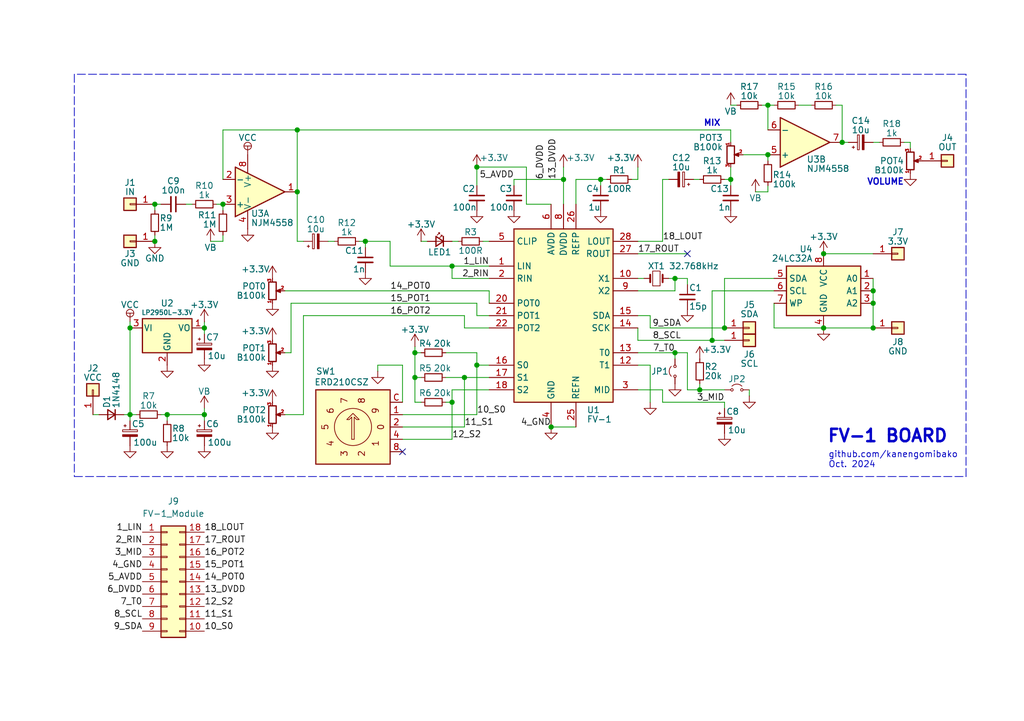
<source format=kicad_sch>
(kicad_sch (version 20231120) (generator "eeschema") (generator_version "8.0")
  (paper "A5")
  (lib_symbols
    (symbol "Amplifier_Operational:NJM4558" (pin_names (offset 0.127))
      (property "Reference" "U" (at 0 5.08 0))
      (property "Value" "NJM4558" (at 0 -5.08 0))
      (symbol "NJM4558_1_1"
        (pin output line (at 7.62 0 180) (length 2.54) (name "~") (number "1"))
        (pin input line (at -7.62 -2.54 0) (length 2.54) (name "-") (number "2"))
        (pin input line (at -7.62 2.54 0) (length 2.54) (name "+") (number "3"))
      )
      (symbol "NJM4558_2_1"
        (pin input line (at -7.62 2.54 0) (length 2.54) (name "+") (number "5"))
        (pin input line (at -7.62 -2.54 0) (length 2.54) (name "-") (number "6"))
        (pin output line (at 7.62 0 180) (length 2.54) (name "~") (number "7"))
      )
      (symbol "NJM4558_3_1"
        (pin power_in line (at -2.54 -7.62 90) (length 3.81) (name "V-") (number "4"))
        (pin power_in line (at -2.54 7.62 270) (length 3.81) (name "V+") (number "8"))
      )
    )
    (symbol "Audio:SPN1001"
      (property "Reference" "U" (at -8.89 19.05 0))
      (property "Value" "SPN1001" (at 7.62 19.05 0))
      (symbol "SPN1001_1_1"
        (pin input line (at -15.24 10.16 0) (length 5.08) (name "LIN") (number "1"))
        (pin input line (at 15.24 7.62 180) (length 5.08) (name "X1") (number "10"))
        (pin passive line (at -2.54 -22.86 90) (length 5.08) hide (name "GND") (number "11"))
        (pin input line (at 15.24 -10.16 180) (length 5.08) (name "T1") (number "12"))
        (pin input line (at 15.24 -7.62 180) (length 5.08) (name "T0") (number "13"))
        (pin bidirectional line (at 15.24 -2.54 180) (length 5.08) (name "SCK") (number "14"))
        (pin bidirectional line (at 15.24 0 180) (length 5.08) (name "SDA") (number "15"))
        (pin input line (at -15.24 -10.16 0) (length 5.08) (name "S0") (number "16"))
        (pin input line (at -15.24 -12.7 0) (length 5.08) (name "S1") (number "17"))
        (pin input line (at -15.24 -15.24 0) (length 5.08) (name "S2") (number "18"))
        (pin passive line (at -2.54 -22.86 90) (length 5.08) hide (name "GND") (number "19"))
        (pin input line (at -15.24 7.62 0) (length 5.08) (name "RIN") (number "2"))
        (pin input line (at -15.24 2.54 0) (length 5.08) (name "POT0") (number "20"))
        (pin input line (at -15.24 0 0) (length 5.08) (name "POT1") (number "21"))
        (pin input line (at -15.24 -2.54 0) (length 5.08) (name "POT2") (number "22"))
        (pin passive line (at 0 22.86 270) (length 5.08) hide (name "DVDD") (number "23"))
        (pin passive line (at -2.54 -22.86 90) (length 5.08) hide (name "GND") (number "24"))
        (pin input line (at 2.54 -22.86 90) (length 5.08) (name "REFN") (number "25"))
        (pin input line (at 2.54 22.86 270) (length 5.08) (name "REFP") (number "26"))
        (pin output line (at 15.24 12.7 180) (length 5.08) (name "ROUT") (number "27"))
        (pin output line (at 15.24 15.24 180) (length 5.08) (name "LOUT") (number "28"))
        (pin power_out line (at 15.24 -15.24 180) (length 5.08) (name "MID") (number "3"))
        (pin power_in line (at -2.54 -22.86 90) (length 5.08) (name "GND") (number "4"))
        (pin power_out line (at -15.24 15.24 0) (length 5.08) (name "CLIP") (number "5"))
        (pin power_in line (at -2.54 22.86 270) (length 5.08) (name "AVDD") (number "6"))
        (pin passive line (at -2.54 -22.86 90) (length 5.08) hide (name "GND") (number "7"))
        (pin power_in line (at 0 22.86 270) (length 5.08) (name "DVDD") (number "8"))
        (pin input line (at 15.24 5.08 180) (length 5.08) (name "X2") (number "9"))
      )
    )
    (symbol "Connector_Generic:Conn_01x01" (pin_names (offset 1.016) hide)
      (property "Reference" "J" (at 0 2.54 0))
      (property "Value" "Conn_01x01" (at 0 -2.54 0))
      (symbol "Conn_01x01_1_1"
        (pin passive line (at -5.08 0 0) (length 3.81) (name "Pin_1") (number "1"))
      )
    )
    (symbol "Connector_Generic:Conn_02x09_Counter_Clockwise" (pin_names (offset 1.016) hide)
      (property "Reference" "J" (at 1.27 12.7 0))
      (property "Value" "Conn_02x09_Counter_Clockwise" (at 1.27 -12.7 0))
      (symbol "Conn_02x09_Counter_Clockwise_1_1"
        (pin passive line (at -5.08 10.16 0) (length 3.81) (name "Pin_1") (number "1"))
        (pin passive line (at 7.62 -10.16 180) (length 3.81) (name "Pin_10") (number "10"))
        (pin passive line (at 7.62 -7.62 180) (length 3.81) (name "Pin_11") (number "11"))
        (pin passive line (at 7.62 -5.08 180) (length 3.81) (name "Pin_12") (number "12"))
        (pin passive line (at 7.62 -2.54 180) (length 3.81) (name "Pin_13") (number "13"))
        (pin passive line (at 7.62 0 180) (length 3.81) (name "Pin_14") (number "14"))
        (pin passive line (at 7.62 2.54 180) (length 3.81) (name "Pin_15") (number "15"))
        (pin passive line (at 7.62 5.08 180) (length 3.81) (name "Pin_16") (number "16"))
        (pin passive line (at 7.62 7.62 180) (length 3.81) (name "Pin_17") (number "17"))
        (pin passive line (at 7.62 10.16 180) (length 3.81) (name "Pin_18") (number "18"))
        (pin passive line (at -5.08 7.62 0) (length 3.81) (name "Pin_2") (number "2"))
        (pin passive line (at -5.08 5.08 0) (length 3.81) (name "Pin_3") (number "3"))
        (pin passive line (at -5.08 2.54 0) (length 3.81) (name "Pin_4") (number "4"))
        (pin passive line (at -5.08 0 0) (length 3.81) (name "Pin_5") (number "5"))
        (pin passive line (at -5.08 -2.54 0) (length 3.81) (name "Pin_6") (number "6"))
        (pin passive line (at -5.08 -5.08 0) (length 3.81) (name "Pin_7") (number "7"))
        (pin passive line (at -5.08 -7.62 0) (length 3.81) (name "Pin_8") (number "8"))
        (pin passive line (at -5.08 -10.16 0) (length 3.81) (name "Pin_9") (number "9"))
      )
    )
    (symbol "Device:C_Polarized_Small" (pin_numbers hide) (pin_names (offset 0.254) hide)
      (property "Reference" "C" (at 0.254 1.778 0))
      (property "Value" "C_Polarized_Small" (at 0.254 -2.032 0))
      (symbol "C_Polarized_Small_1_1"
        (pin passive line (at 0 2.54 270) (length 1.8542) (name "~") (number "1"))
        (pin passive line (at 0 -2.54 90) (length 1.8542) (name "~") (number "2"))
      )
    )
    (symbol "Device:C_Small" (pin_numbers hide) (pin_names (offset 0.254) hide)
      (property "Reference" "C" (at 0.254 1.778 0))
      (property "Value" "C_Small" (at 0.254 -2.032 0))
      (symbol "C_Small_1_1"
        (pin passive line (at 0 2.54 270) (length 2.032) (name "~") (number "1"))
        (pin passive line (at 0 -2.54 90) (length 2.032) (name "~") (number "2"))
      )
    )
    (symbol "Device:Crystal_Small" (pin_numbers hide) (pin_names (offset 1.016) hide)
      (property "Reference" "Y" (at 0 2.54 0))
      (property "Value" "Crystal_Small" (at 0 -2.54 0))
      (symbol "Crystal_Small_1_1"
        (pin passive line (at -2.54 0 0) (length 1.27) (name "1") (number "1"))
        (pin passive line (at 2.54 0 180) (length 1.27) (name "2") (number "2"))
      )
    )
    (symbol "Device:D_Small" (pin_numbers hide) (pin_names (offset 0.254) hide)
      (property "Reference" "D" (at -1.27 2.032 0))
      (property "Value" "D_Small" (at -3.81 -2.032 0))
      (symbol "D_Small_1_1"
        (pin passive line (at -2.54 0 0) (length 1.778) (name "K") (number "1"))
        (pin passive line (at 2.54 0 180) (length 1.778) (name "A") (number "2"))
      )
    )
    (symbol "Device:LED_Small" (pin_numbers hide) (pin_names (offset 0.254) hide)
      (property "Reference" "D" (at -1.27 3.175 0))
      (property "Value" "LED_Small" (at -4.445 -2.54 0))
      (symbol "LED_Small_1_1"
        (pin passive line (at -2.54 0 0) (length 1.778) (name "K") (number "1"))
        (pin passive line (at 2.54 0 180) (length 1.778) (name "A") (number "2"))
      )
    )
    (symbol "Device:R_Potentiometer_Small" (pin_names (offset 1.016) hide)
      (property "Reference" "RV" (at -4.445 0 90))
      (property "Value" "R_Potentiometer_Small" (at -2.54 0 90))
      (symbol "R_Potentiometer_Small_1_1"
        (pin passive line (at 0 2.54 270) (length 0.635) (name "1") (number "1"))
        (pin passive line (at 2.54 0 180) (length 0.9906) (name "2") (number "2"))
        (pin passive line (at 0 -2.54 90) (length 0.635) (name "3") (number "3"))
      )
    )
    (symbol "Device:R_Small" (pin_numbers hide) (pin_names (offset 0.254) hide)
      (property "Reference" "R" (at 0.762 0.508 0))
      (property "Value" "R_Small" (at 0.762 -1.016 0))
      (symbol "R_Small_1_1"
        (pin passive line (at 0 2.54 270) (length 0.762) (name "~") (number "1"))
        (pin passive line (at 0 -2.54 90) (length 0.762) (name "~") (number "2"))
      )
    )
    (symbol "Memory_EEPROM:24LC32"
      (property "Reference" "U" (at -6.35 6.35 0))
      (property "Value" "24LC32" (at 1.27 6.35 0))
      (symbol "24LC32_1_1"
        (pin input line (at -10.16 2.54 0) (length 2.54) (name "A0") (number "1"))
        (pin input line (at -10.16 0 0) (length 2.54) (name "A1") (number "2"))
        (pin input line (at -10.16 -2.54 0) (length 2.54) (name "A2") (number "3"))
        (pin power_in line (at 0 -7.62 90) (length 2.54) (name "GND") (number "4"))
        (pin bidirectional line (at 10.16 2.54 180) (length 2.54) (name "SDA") (number "5"))
        (pin input line (at 10.16 0 180) (length 2.54) (name "SCL") (number "6"))
        (pin input line (at 10.16 -2.54 180) (length 2.54) (name "WP") (number "7"))
        (pin power_in line (at 0 7.62 270) (length 2.54) (name "VCC") (number "8"))
      )
    )
    (symbol "Regulator_Linear:L78L33_TO92" (pin_names (offset 0.254))
      (property "Reference" "U" (at -3.81 3.175 0))
      (property "Value" "L78L33_TO92" (at 0 3.175 0))
      (symbol "L78L33_TO92_1_1"
        (pin power_out line (at 7.62 0 180) (length 2.54) (name "VO") (number "1"))
        (pin power_in line (at 0 -7.62 90) (length 2.54) (name "GND") (number "2"))
        (pin power_in line (at -7.62 0 0) (length 2.54) (name "VI") (number "3"))
      )
    )
    (symbol "Switch:SW_Coded_SH-7010" (pin_names hide)
      (property "Reference" "SW" (at -7.62 8.89 0))
      (property "Value" "SW_Coded_SH-7010" (at -7.62 -8.89 0))
      (symbol "SW_Coded_SH-7010_0_0"
        (text "0" (at 5.715 0 2700) (effects (font (size 1.27 1.27))))
        (text "1" (at 4.6228 -3.3528 2340) (effects (font (size 1.27 1.27))))
        (text "2" (at 1.778 -5.4356 1980) (effects (font (size 1.27 1.27))))
        (text "3" (at -1.778 -5.4356 1620) (effects (font (size 1.27 1.27))))
        (text "4" (at -4.6228 -3.3528 1260) (effects (font (size 1.27 1.27))))
        (text "5" (at -5.715 0 900) (effects (font (size 1.27 1.27))))
        (text "6" (at -4.6228 3.3528 540) (effects (font (size 1.27 1.27))))
        (text "7" (at -1.778 5.4356 180) (effects (font (size 1.27 1.27))))
        (text "8" (at 1.778 5.4356 3420) (effects (font (size 1.27 1.27))))
        (text "9" (at 4.6228 3.3528 3060) (effects (font (size 1.27 1.27))))
      )
      (symbol "SW_Coded_SH-7010_1_1"
        (pin passive line (at 10.16 2.54 180) (length 2.54) (name "1") (number "1"))
        (pin passive line (at 10.16 0 180) (length 2.54) (name "2") (number "2"))
        (pin passive line (at 10.16 -2.54 180) (length 2.54) (name "4") (number "4"))
        (pin passive line (at 10.16 -5.08 180) (length 2.54) (name "8") (number "8"))
        (pin passive line (at 10.16 5.08 180) (length 2.54) (name "C") (number "C"))
      )
    )
    (symbol "myLib:Jumper_2_Open_small" (pin_numbers hide) (pin_names (offset 0) hide)
      (property "Reference" "JP" (at 0 1.905 0))
      (property "Value" "Jumper_2_Bridged" (at 0 -2.54 0))
      (symbol "Jumper_2_Open_small_1_1"
        (pin passive line (at -2.54 0 0) (length 1.27) (name "A") (number "1"))
        (pin passive line (at 2.54 0 180) (length 1.27) (name "B") (number "2"))
      )
    )
    (symbol "myLib:VB" (power) (pin_names (offset 0))
      (property "Value" "VB" (at 0 3.556 0))
      (symbol "VB_1_1"
        (pin power_in line (at 0 0 90) (length 0) hide (name "VB") (number "1"))
      )
    )
    (symbol "myLib:VCC" (power) (pin_names (offset 0))
      (property "Value" "VCC" (at 0 3.556 0))
      (symbol "VCC_1_1"
        (pin power_in line (at 0 0 90) (length 0) hide (name "VCC") (number "1"))
      )
    )
    (symbol "power:+3.3V" (power) (pin_numbers hide) (pin_names (offset 0) hide)
      (property "Value" "+3.3V" (at 0 3.556 0))
      (symbol "+3.3V_1_1"
        (pin power_in line (at 0 0 90) (length 0) (name "~") (number "1"))
      )
    )
    (symbol "power:GND" (power) (pin_numbers hide) (pin_names (offset 0) hide)
      (property "Value" "GND" (at 0 -3.81 0))
      (symbol "GND_1_1"
        (pin power_in line (at 0 0 270) (length 0) (name "~") (number "1"))
      )
    )
  )
  (junction (at 143.51 80.01))
  (junction (at 168.91 67.31))
  (junction (at 41.91 67.31))
  (junction (at 85.09 77.47))
  (junction (at 34.29 85.09))
  (junction (at 179.07 67.31))
  (junction (at 85.09 72.39))
  (junction (at 113.03 87.63))
  (junction (at 97.79 74.93))
  (junction (at 74.93 49.53))
  (junction (at 95.25 77.47))
  (junction (at 168.91 52.07))
  (junction (at 26.67 85.09))
  (junction (at 172.72 29.21))
  (junction (at 123.19 36.83))
  (junction (at 115.57 36.83))
  (junction (at 45.72 41.91))
  (junction (at 157.48 21.59))
  (junction (at 157.48 31.75))
  (junction (at 179.07 59.69))
  (junction (at 148.59 67.31))
  (junction (at 31.75 49.53))
  (junction (at 92.71 82.55))
  (junction (at 92.71 54.61))
  (junction (at 179.07 62.23))
  (junction (at 149.86 36.83))
  (junction (at 146.05 69.85))
  (junction (at 60.96 39.37))
  (junction (at 26.67 67.31))
  (junction (at 138.43 72.39))
  (junction (at 31.75 41.91))
  (junction (at 97.79 34.29))
  (junction (at 60.96 26.67))
  (junction (at 41.91 85.09))
  (junction (at 138.43 57.15))
  (no_connect (at 140.97 52.07))
  (no_connect (at 82.55 92.71))
  (wire (pts (xy 148.59 36.83) (xy 149.86 36.83)))
  (wire (pts (xy 92.71 54.61) (xy 92.71 57.15)))
  (wire (pts (xy 135.89 80.01) (xy 135.89 82.55)))
  (wire (pts (xy 100.33 62.23) (xy 100.33 59.69)))
  (wire (pts (xy 138.43 72.39) (xy 140.97 72.39)))
  (wire (pts (xy 186.69 29.21) (xy 186.69 30.48)))
  (wire (pts (xy 179.07 29.21) (xy 180.34 29.21)))
  (wire (pts (xy 91.44 77.47) (xy 95.25 77.47)))
  (wire (pts (xy 74.93 49.53) (xy 80.01 49.53)))
  (wire (pts (xy 82.55 74.93) (xy 82.55 82.55)))
  (wire (pts (xy 153.67 80.01) (xy 153.67 81.28)))
  (wire (pts (xy 157.48 33.02) (xy 157.48 31.75)))
  (wire (pts (xy 59.69 62.23) (xy 97.79 62.23)))
  (wire (pts (xy 168.91 67.31) (xy 179.07 67.31)))
  (wire (pts (xy 92.71 80.01) (xy 92.71 82.55)))
  (wire (pts (xy 82.55 85.09) (xy 97.79 85.09)))
  (wire (pts (xy 62.23 49.53) (xy 60.96 49.53)))
  (wire (pts (xy 146.05 69.85) (xy 148.59 69.85)))
  (wire (pts (xy 73.66 49.53) (xy 74.93 49.53)))
  (wire (pts (xy 130.81 67.31) (xy 130.81 69.85)))
  (wire (pts (xy 142.24 36.83) (xy 143.51 36.83)))
  (wire (pts (xy 85.09 72.39) (xy 85.09 77.47)))
  (wire (pts (xy 157.48 38.1) (xy 157.48 39.37)))
  (wire (pts (xy 157.48 21.59) (xy 158.75 21.59)))
  (wire (pts (xy 95.25 77.47) (xy 95.25 87.63)))
  (wire (pts (xy 26.67 67.31) (xy 26.67 85.09)))
  (wire (pts (xy 45.72 48.26) (xy 45.72 49.53)))
  (wire (pts (xy 143.51 78.74) (xy 143.51 80.01)))
  (wire (pts (xy 140.97 72.39) (xy 140.97 80.01)))
  (polyline (pts (xy 198.12 15.24) (xy 15.24 15.24)) (stroke (width 0) (type dash)))
  (wire (pts (xy 130.81 69.85) (xy 146.05 69.85)))
  (wire (pts (xy 154.94 39.37) (xy 157.48 39.37)))
  (wire (pts (xy 92.71 57.15) (xy 100.33 57.15)))
  (wire (pts (xy 60.96 26.67) (xy 60.96 39.37)))
  (wire (pts (xy 157.48 21.59) (xy 157.48 26.67)))
  (wire (pts (xy 107.95 34.29) (xy 107.95 41.91)))
  (wire (pts (xy 31.75 49.53) (xy 31.75 48.26)))
  (wire (pts (xy 149.86 29.21) (xy 149.86 26.67)))
  (wire (pts (xy 148.59 57.15) (xy 158.75 57.15)))
  (wire (pts (xy 91.44 72.39) (xy 97.79 72.39)))
  (wire (pts (xy 97.79 72.39) (xy 97.79 74.93)))
  (wire (pts (xy 113.03 87.63) (xy 118.11 87.63)))
  (wire (pts (xy 138.43 59.69) (xy 138.43 57.15)))
  (wire (pts (xy 133.35 74.93) (xy 133.35 82.55)))
  (wire (pts (xy 107.95 41.91) (xy 113.03 41.91)))
  (wire (pts (xy 158.75 59.69) (xy 146.05 59.69)))
  (wire (pts (xy 80.01 54.61) (xy 92.71 54.61)))
  (wire (pts (xy 31.75 41.91) (xy 33.02 41.91)))
  (wire (pts (xy 135.89 36.83) (xy 137.16 36.83)))
  (wire (pts (xy 62.23 64.77) (xy 95.25 64.77)))
  (wire (pts (xy 82.55 90.17) (xy 92.71 90.17)))
  (wire (pts (xy 92.71 49.53) (xy 93.98 49.53)))
  (wire (pts (xy 118.11 36.83) (xy 123.19 36.83)))
  (wire (pts (xy 31.75 41.91) (xy 31.75 43.18)))
  (wire (pts (xy 138.43 57.15) (xy 140.97 57.15)))
  (wire (pts (xy 62.23 64.77) (xy 62.23 85.09)))
  (wire (pts (xy 80.01 49.53) (xy 80.01 54.61)))
  (wire (pts (xy 92.71 80.01) (xy 100.33 80.01)))
  (wire (pts (xy 130.81 57.15) (xy 132.08 57.15)))
  (wire (pts (xy 130.81 64.77) (xy 133.35 64.77)))
  (wire (pts (xy 74.93 49.53) (xy 74.93 50.8)))
  (wire (pts (xy 45.72 36.83) (xy 45.72 26.67)))
  (wire (pts (xy 43.18 49.53) (xy 45.72 49.53)))
  (wire (pts (xy 138.43 72.39) (xy 138.43 73.66)))
  (wire (pts (xy 179.07 57.15) (xy 179.07 59.69)))
  (wire (pts (xy 97.79 34.29) (xy 97.79 38.1)))
  (wire (pts (xy 44.45 41.91) (xy 45.72 41.91)))
  (wire (pts (xy 143.51 80.01) (xy 148.59 80.01)))
  (wire (pts (xy 62.23 85.09) (xy 58.42 85.09)))
  (wire (pts (xy 156.21 21.59) (xy 157.48 21.59)))
  (wire (pts (xy 85.09 77.47) (xy 85.09 82.55)))
  (wire (pts (xy 118.11 36.83) (xy 118.11 41.91)))
  (wire (pts (xy 171.45 21.59) (xy 172.72 21.59)))
  (wire (pts (xy 41.91 85.09) (xy 34.29 85.09)))
  (wire (pts (xy 129.54 36.83) (xy 130.81 36.83)))
  (wire (pts (xy 26.67 85.09) (xy 26.67 86.36)))
  (wire (pts (xy 130.81 59.69) (xy 138.43 59.69)))
  (wire (pts (xy 100.33 67.31) (xy 95.25 67.31)))
  (wire (pts (xy 130.81 80.01) (xy 135.89 80.01)))
  (wire (pts (xy 38.1 41.91) (xy 39.37 41.91)))
  (polyline (pts (xy 198.12 97.79) (xy 198.12 15.24)) (stroke (width 0) (type dash)))
  (wire (pts (xy 130.81 74.93) (xy 133.35 74.93)))
  (wire (pts (xy 59.69 62.23) (xy 59.69 72.39)))
  (wire (pts (xy 45.72 41.91) (xy 45.72 43.18)))
  (wire (pts (xy 143.51 80.01) (xy 140.97 80.01)))
  (wire (pts (xy 58.42 59.69) (xy 100.33 59.69)))
  (wire (pts (xy 135.89 49.53) (xy 135.89 36.83)))
  (wire (pts (xy 85.09 77.47) (xy 86.36 77.47)))
  (wire (pts (xy 86.36 72.39) (xy 85.09 72.39)))
  (wire (pts (xy 86.36 49.53) (xy 87.63 49.53)))
  (wire (pts (xy 137.16 57.15) (xy 138.43 57.15)))
  (wire (pts (xy 45.72 26.67) (xy 60.96 26.67)))
  (wire (pts (xy 60.96 39.37) (xy 60.96 49.53)))
  (wire (pts (xy 140.97 57.15) (xy 140.97 58.42)))
  (wire (pts (xy 41.91 85.09) (xy 41.91 86.36)))
  (wire (pts (xy 41.91 67.31) (xy 41.91 68.58)))
  (wire (pts (xy 25.4 85.09) (xy 26.67 85.09)))
  (wire (pts (xy 115.57 34.29) (xy 115.57 36.83)))
  (wire (pts (xy 100.33 64.77) (xy 97.79 64.77)))
  (wire (pts (xy 133.35 67.31) (xy 148.59 67.31)))
  (wire (pts (xy 163.83 21.59) (xy 166.37 21.59)))
  (wire (pts (xy 158.75 62.23) (xy 158.75 67.31)))
  (wire (pts (xy 179.07 59.69) (xy 179.07 62.23)))
  (wire (pts (xy 26.67 85.09) (xy 27.94 85.09)))
  (wire (pts (xy 34.29 85.09) (xy 34.29 86.36)))
  (wire (pts (xy 149.86 21.59) (xy 151.13 21.59)))
  (wire (pts (xy 148.59 67.31) (xy 148.59 57.15)))
  (wire (pts (xy 107.95 34.29) (xy 97.79 34.29)))
  (wire (pts (xy 105.41 36.83) (xy 115.57 36.83)))
  (wire (pts (xy 95.25 67.31) (xy 95.25 64.77)))
  (wire (pts (xy 86.36 82.55) (xy 85.09 82.55)))
  (wire (pts (xy 133.35 64.77) (xy 133.35 67.31)))
  (wire (pts (xy 77.47 76.2) (xy 77.47 74.93)))
  (wire (pts (xy 149.86 36.83) (xy 149.86 38.1)))
  (wire (pts (xy 92.71 82.55) (xy 92.71 90.17)))
  (wire (pts (xy 115.57 36.83) (xy 115.57 41.91)))
  (wire (pts (xy 123.19 36.83) (xy 123.19 38.1)))
  (wire (pts (xy 179.07 62.23) (xy 179.07 67.31)))
  (wire (pts (xy 97.79 74.93) (xy 100.33 74.93)))
  (wire (pts (xy 149.86 34.29) (xy 149.86 36.83)))
  (wire (pts (xy 130.81 72.39) (xy 138.43 72.39)))
  (wire (pts (xy 123.19 36.83) (xy 124.46 36.83)))
  (wire (pts (xy 19.05 85.09) (xy 20.32 85.09)))
  (wire (pts (xy 135.89 82.55) (xy 148.59 82.55)))
  (wire (pts (xy 41.91 83.82) (xy 41.91 85.09)))
  (polyline (pts (xy 15.24 15.24) (xy 15.24 97.79)) (stroke (width 0) (type dash)))
  (wire (pts (xy 85.09 71.12) (xy 85.09 72.39)))
  (wire (pts (xy 58.42 72.39) (xy 59.69 72.39)))
  (wire (pts (xy 168.91 52.07) (xy 179.07 52.07)))
  (wire (pts (xy 60.96 26.67) (xy 149.86 26.67)))
  (wire (pts (xy 130.81 52.07) (xy 140.97 52.07)))
  (wire (pts (xy 82.55 87.63) (xy 95.25 87.63)))
  (polyline (pts (xy 15.24 97.79) (xy 198.12 97.79)) (stroke (width 0) (type dash)))
  (wire (pts (xy 33.02 85.09) (xy 34.29 85.09)))
  (wire (pts (xy 105.41 36.83) (xy 105.41 38.1)))
  (wire (pts (xy 172.72 21.59) (xy 172.72 29.21)))
  (wire (pts (xy 99.06 49.53) (xy 100.33 49.53)))
  (wire (pts (xy 185.42 29.21) (xy 186.69 29.21)))
  (wire (pts (xy 91.44 82.55) (xy 92.71 82.55)))
  (wire (pts (xy 67.31 49.53) (xy 68.58 49.53)))
  (wire (pts (xy 77.47 74.93) (xy 82.55 74.93)))
  (wire (pts (xy 148.59 82.55) (xy 148.59 83.82)))
  (wire (pts (xy 26.67 66.04) (xy 26.67 67.31)))
  (wire (pts (xy 172.72 29.21) (xy 173.99 29.21)))
  (wire (pts (xy 95.25 77.47) (xy 100.33 77.47)))
  (wire (pts (xy 41.91 66.04) (xy 41.91 67.31)))
  (wire (pts (xy 97.79 74.93) (xy 97.79 85.09)))
  (wire (pts (xy 130.81 49.53) (xy 135.89 49.53)))
  (wire (pts (xy 92.71 54.61) (xy 100.33 54.61)))
  (wire (pts (xy 146.05 59.69) (xy 146.05 69.85)))
  (wire (pts (xy 97.79 64.77) (xy 97.79 62.23)))
  (wire (pts (xy 130.81 34.29) (xy 130.81 36.83)))
  (wire (pts (xy 152.4 31.75) (xy 157.48 31.75)))
  (wire (pts (xy 158.75 67.31) (xy 168.91 67.31)))
  (text "FV-1 BOARD" (at 169.545 91.1225 0) (effects (font (size 2.54 2.54) (thickness 0.508) (bold yes)) (justify left bottom)))
  (text "VOLUME" (at 181.61 37.465 0) (effects (font (size 1.27 1.27) (thickness 0.254) (bold yes))))
  (text "MIX" (at 146.05 25.4 0) (effects (font (size 1.27 1.27) (thickness 0.254) (bold yes))))
  (text "github.com/kanengomibako\nOct. 2024" (at 169.8625 96.2025 0) (effects (font (size 1.27 1.27)) (justify left bottom)))
  (label "3_MID" (at 29.21 114.3 180))
  (label "2_RIN" (at 100.33 57.15 180))
  (label "4_GND" (at 29.21 116.84 180))
  (label "14_POT0" (at 41.91 119.38 0))
  (label "2_RIN" (at 29.21 111.76 180))
  (label "7_T0" (at 138.43 72.39 180))
  (label "9_SDA" (at 139.7 67.31 180))
  (label "14_POT0" (at 80.01 59.69 0))
  (label "1_LIN" (at 29.21 109.22 180))
  (label "15_POT1" (at 80.01 62.23 0))
  (label "1_LIN" (at 100.33 54.61 180))
  (label "11_S1" (at 95.25 87.63 0))
  (label "5_AVDD" (at 29.21 119.38 180))
  (label "12_S2" (at 41.91 124.46 0))
  (label "6_DVDD" (at 111.76 36.83 90))
  (label "10_S0" (at 41.91 129.54 0))
  (label "9_SDA" (at 29.21 129.54 180))
  (label "15_POT1" (at 41.91 116.84 0))
  (label "17_ROUT" (at 130.81 52.07 0))
  (label "13_DVDD" (at 41.91 121.92 0))
  (label "13_DVDD" (at 114.3 36.83 90))
  (label "16_POT2" (at 41.91 114.3 0))
  (label "6_DVDD" (at 29.21 121.92 180))
  (label "3_MID" (at 148.59 82.55 180))
  (label "18_LOUT" (at 135.89 49.53 0))
  (label "10_S0" (at 97.79 85.09 0))
  (label "4_GND" (at 113.03 87.63 180))
  (label "8_SCL" (at 29.21 127 180))
  (label "8_SCL" (at 139.7 69.85 180))
  (label "18_LOUT" (at 41.91 109.22 0))
  (label "5_AVDD" (at 105.41 36.83 180))
  (label "16_POT2" (at 80.01 64.77 0))
  (label "11_S1" (at 41.91 127 0))
  (label "7_T0" (at 29.21 124.46 180))
  (label "17_ROUT" (at 41.91 111.76 0))
  (label "12_S2" (at 92.71 90.17 0))
  (symbol (lib_id "Connector_Generic:Conn_01x01") (at 184.15 52.07 0) (mirror x) (unit 1)
    (property "Reference" "J7" (at 184.15 47.625 0))
    (property "Value" "3.3V" (at 184.15 49.53 0))
    (property "Footprint" "Connector_PinHeader_2.54mm:PinHeader_1x01_P2.54mm_Vertical" (effects (hide yes)))
  )
  (symbol (lib_id "Device:R_Small") (at 127 36.83 90) (unit 1) (in_bom no) (on_board no)
    (property "Reference" "R1" (at 127 34.925 90))
    (property "Value" "100R" (at 127 38.735 90))
    (property "Footprint" "myFoot:my_R_P7.62mm_Horizontal" (effects (hide yes)))
  )
  (symbol (lib_id "power:GND") (at 41.91 73.66 0) (unit 1)
    (property "Reference" "#PWR013" (effects (hide yes)))
    (property "Value" "GND" (effects (hide yes)))
    (property "Description" "Power symbol creates a global label with name \"GND\" , ground" (effects (hide yes)))
  )
  (symbol (lib_id "myLib:VB") (at 149.86 21.59 0) (unit 1)
    (property "Reference" "#PWR040" (effects (hide yes)))
    (property "Value" "VB" (at 149.86 22.86 0))
    (property "Description" "Power symbol creates a global label with name \"+4V5\"" (effects (hide yes)))
  )
  (symbol (lib_id "power:GND") (at 133.35 82.55 0) (unit 1)
    (property "Reference" "#PWR019" (effects (hide yes)))
    (property "Value" "GND" (effects (hide yes)))
    (property "Description" "Power symbol creates a global label with name \"GND\" , ground" (effects (hide yes)))
  )
  (symbol (lib_id "Device:C_Small") (at 105.41 40.64 0) (mirror y) (unit 1) (in_bom no) (on_board no)
    (property "Reference" "C3" (at 105.0925 38.735 0) (effects (justify left)))
    (property "Value" "100n" (at 105.41 42.545 0) (effects (justify left)))
    (property "Footprint" "Capacitor_SMD:C_0805_2012Metric_Pad1.18x1.45mm_HandSolder" (effects (hide yes)))
  )
  (symbol (lib_id "Device:R_Small") (at 45.72 45.72 0) (mirror y) (unit 1)
    (property "Reference" "R11" (at 44.45 44.1325 0) (effects (justify left)))
    (property "Value" "1M" (at 44.45 46.0375 0) (effects (justify left)))
    (property "Footprint" "myFoot:my_R_P7mm_Horizontal" (effects (hide yes)))
  )
  (symbol (lib_id "Device:C_Small") (at 97.79 40.64 0) (mirror y) (unit 1) (in_bom no) (on_board no)
    (property "Reference" "C2" (at 97.4725 38.735 0) (effects (justify left)))
    (property "Value" "100n" (at 97.79 42.545 0) (effects (justify left)))
    (property "Footprint" "Capacitor_SMD:C_0805_2012Metric_Pad1.18x1.45mm_HandSolder" (effects (hide yes)))
  )
  (symbol (lib_id "Device:R_Small") (at 146.05 36.83 90) (unit 1)
    (property "Reference" "R13" (at 146.05 33.02 90))
    (property "Value" "1k" (at 146.05 34.925 90))
    (property "Footprint" "myFoot:my_R_P7mm_Horizontal" (effects (hide yes)))
  )
  (symbol (lib_id "Device:R_Small") (at 88.9 72.39 90) (unit 1) (in_bom no) (on_board no)
    (property "Reference" "R4" (at 88.5825 70.485 90) (effects (justify left)))
    (property "Value" "20k" (at 88.9 70.485 90) (effects (justify right)))
    (property "Footprint" "myFoot:my_R_P7.62mm_Horizontal" (effects (hide yes)))
  )
  (symbol (lib_id "power:GND") (at 153.67 81.28 0) (unit 1)
    (property "Reference" "#PWR025" (effects (hide yes)))
    (property "Value" "GND" (effects (hide yes)))
    (property "Description" "Power symbol creates a global label with name \"GND\" , ground" (effects (hide yes)))
  )
  (symbol (lib_id "Device:C_Polarized_Small") (at 41.91 88.9 0) (unit 1)
    (property "Reference" "C6" (at 42.2275 86.995 0) (effects (justify left)))
    (property "Value" "100u" (at 42.545 90.805 0) (effects (justify left)))
    (property "Footprint" "Capacitor_THT:CP_Radial_D6.3mm_P2.50mm" (effects (hide yes)))
  )
  (symbol (lib_id "power:GND") (at 105.41 43.18 0) (unit 1)
    (property "Reference" "#PWR02" (effects (hide yes)))
    (property "Value" "GND" (effects (hide yes)))
    (property "Description" "Power symbol creates a global label with name \"GND\" , ground" (effects (hide yes)))
  )
  (symbol (lib_id "Device:C_Small") (at 149.86 40.64 0) (mirror y) (unit 1)
    (property "Reference" "C13" (at 149.5425 38.735 0) (effects (justify left)))
    (property "Value" "1n" (at 149.86 42.545 0) (effects (justify left)))
    (property "Footprint" "myFoot:my_C_Rect1_P5.00mm" (effects (hide yes)))
  )
  (symbol (lib_id "myLib:VB") (at 154.94 39.37 0) (unit 1)
    (property "Reference" "#PWR041" (effects (hide yes)))
    (property "Value" "VB" (at 154.94 40.64 0))
    (property "Description" "Power symbol creates a global label with name \"+4V5\"" (effects (hide yes)))
  )
  (symbol (lib_id "power:+3.3V") (at 85.09 71.12 0) (mirror y) (unit 1)
    (property "Reference" "#PWR020" (effects (hide yes)))
    (property "Value" "+3.3V" (at 85.09 67.6275 0))
    (property "Description" "Power symbol creates a global label with name \"+3.3V\"" (effects (hide yes)))
  )
  (symbol (lib_id "Connector_Generic:Conn_01x01") (at 184.15 67.31 0) (unit 1)
    (property "Reference" "J8" (at 184.15 70.1675 0))
    (property "Value" "GND" (at 184.15 72.0725 0))
    (property "Footprint" "Connector_PinHeader_2.54mm:PinHeader_1x01_P2.54mm_Vertical" (effects (hide yes)))
  )
  (symbol (lib_id "Amplifier_Operational:NJM4558") (at 53.34 39.37 0) (unit 3)
    (property "Reference" "U3" (effects (hide yes)))
    (property "Value" "NJM4558" (effects (hide yes)))
    (property "Footprint" "Package_DIP:DIP-8_W7.62mm_Socket" (effects (hide yes)))
    (property "Datasheet" "http://www.njr.com/semicon/PDF/NJM4558_NJM4559_E.pdf" (effects (hide yes)))
    (property "Description" "Dual Operational Amplifier, DIP-8/DMP-8/SIP-8/SOP-8/SSOP-8" (effects (hide yes)))
  )
  (symbol (lib_id "Regulator_Linear:L78L33_TO92") (at 34.29 67.31 0) (unit 1)
    (property "Reference" "U2" (at 34.29 62.23 0))
    (property "Value" "LP2950L-3.3V" (at 34.29 64.135 0) (effects (font (size 0.9525 0.9525))))
    (property "Footprint" "Package_TO_SOT_THT:TO-92_Inline_Wide" (effects (hide yes)))
    (property "Datasheet" "http://www.st.com/content/ccc/resource/technical/document/datasheet/15/55/e5/aa/23/5b/43/fd/CD00000446.pdf/files/CD00000446.pdf/jcr:content/translations/en.CD00000446.pdf" (effects (hide yes)))
    (property "Description" "Positive 100mA 30V Linear Regulator, Fixed Output 3.3V, TO-92" (effects (hide yes)))
  )
  (symbol (lib_id "Memory_EEPROM:24LC32") (at 168.91 59.69 0) (mirror y) (unit 1)
    (property "Reference" "U4" (at 166.6875 51.1175 0) (effects (justify left)))
    (property "Value" "24LC32A" (at 166.6875 53.0225 0) (effects (justify left)))
    (property "Footprint" "Package_DIP:DIP-8_W7.62mm_Socket" (effects (hide yes)))
    (property "Datasheet" "http://ww1.microchip.com/downloads/en/DeviceDoc/21072G.pdf" (effects (hide yes)))
    (property "Description" "I2C Serial EEPROM, 32Kb, DIP-8/SOIC-8/TSSOP-8/DFN-8" (effects (hide yes)))
  )
  (symbol (lib_id "power:GND") (at 186.69 35.56 0) (unit 1)
    (property "Reference" "#PWR026" (effects (hide yes)))
    (property "Value" "GND" (effects (hide yes)))
    (property "Description" "Power symbol creates a global label with name \"GND\" , ground" (effects (hide yes)))
  )
  (symbol (lib_id "Amplifier_Operational:NJM4558") (at 165.1 29.21 0) (mirror x) (unit 2)
    (property "Reference" "U3" (at 165.4175 32.7025 0) (effects (justify left)))
    (property "Value" "NJM4558" (at 165.4175 34.6075 0) (effects (justify left)))
    (property "Footprint" "Package_DIP:DIP-8_W7.62mm_Socket" (effects (hide yes)))
    (property "Datasheet" "http://www.njr.com/semicon/PDF/NJM4558_NJM4559_E.pdf" (effects (hide yes)))
    (property "Description" "Dual Operational Amplifier, DIP-8/DMP-8/SIP-8/SOP-8/SSOP-8" (effects (hide yes)))
  )
  (symbol (lib_id "power:+3.3V") (at 55.88 57.15 0) (mirror y) (unit 1)
    (property "Reference" "#PWR034" (effects (hide yes)))
    (property "Value" "+3.3V" (at 52.3875 55.245 0))
    (property "Description" "Power symbol creates a global label with name \"+3.3V\"" (effects (hide yes)))
  )
  (symbol (lib_id "Connector_Generic:Conn_01x01") (at 153.67 69.85 0) (unit 1)
    (property "Reference" "J6" (at 153.67 72.7075 0))
    (property "Value" "SCL" (at 153.67 74.6125 0))
    (property "Footprint" "Connector_PinHeader_2.54mm:PinHeader_1x01_P2.54mm_Vertical" (effects (hide yes)))
  )
  (symbol (lib_id "Device:C_Polarized_Small") (at 64.77 49.53 90) (unit 1)
    (property "Reference" "C10" (at 64.77 45.085 90))
    (property "Value" "10u" (at 64.77 46.99 90))
    (property "Footprint" "Capacitor_THT:CP_Radial_D5.0mm_P2.00mm" (effects (hide yes)))
  )
  (symbol (lib_id "power:+3.3V") (at 130.81 34.29 0) (mirror y) (unit 1)
    (property "Reference" "#PWR010" (effects (hide yes)))
    (property "Value" "+3.3V" (at 127.3175 32.385 0))
    (property "Description" "Power symbol creates a global label with name \"+3.3V\"" (effects (hide yes)))
  )
  (symbol (lib_id "Device:R_Potentiometer_Small") (at 55.88 59.69 0) (mirror x) (unit 1)
    (property "Reference" "POT0" (at 54.61 58.7375 0) (effects (justify right)))
    (property "Value" "B100k" (at 54.61 60.6425 0) (effects (justify right)))
    (property "Footprint" "myFoot:my_pot_5mm" (effects (hide yes)))
  )
  (symbol (lib_id "power:GND") (at 138.43 78.74 0) (unit 1)
    (property "Reference" "#PWR023" (effects (hide yes)))
    (property "Value" "GND" (effects (hide yes)))
    (property "Description" "Power symbol creates a global label with name \"GND\" , ground" (effects (hide yes)))
  )
  (symbol (lib_id "Device:R_Small") (at 143.51 76.2 0) (unit 1) (in_bom no) (on_board no)
    (property "Reference" "R2" (at 144.4625 75.2475 0) (effects (justify left)))
    (property "Value" "20k" (at 144.4625 77.1525 0) (effects (justify left)))
    (property "Footprint" "myFoot:my_R_P7.62mm_Horizontal" (effects (hide yes)))
  )
  (symbol (lib_id "power:GND") (at 168.91 67.31 0) (unit 1)
    (property "Reference" "#PWR028" (effects (hide yes)))
    (property "Value" "GND" (effects (hide yes)))
    (property "Description" "Power symbol creates a global label with name \"GND\" , ground" (effects (hide yes)))
  )
  (symbol (lib_id "Connector_Generic:Conn_02x09_Counter_Clockwise") (at 34.29 119.38 0) (unit 1)
    (property "Reference" "J9" (at 35.56 102.87 0))
    (property "Value" "FV-1_Module" (at 35.56 105.41 0))
    (property "Footprint" "Package_DIP:DIP-18_W7.62mm" (effects (hide yes)))
    (property "Description" "Generic connector, double row, 02x09, counter clockwise pin numbering scheme (similar to DIP package numbering), script generated (kicad-library-utils/schlib/autogen/connector/)" (effects (hide yes)))
  )
  (symbol (lib_id "Device:C_Polarized_Small") (at 41.91 71.12 0) (unit 1)
    (property "Reference" "C7" (at 42.2275 69.215 0) (effects (justify left)))
    (property "Value" "10u" (at 42.545 73.025 0) (effects (justify left)))
    (property "Footprint" "Capacitor_THT:CP_Radial_D5.0mm_P2.00mm" (effects (hide yes)))
  )
  (symbol (lib_id "power:+3.3V") (at 55.88 69.85 0) (mirror y) (unit 1)
    (property "Reference" "#PWR036" (effects (hide yes)))
    (property "Value" "+3.3V" (at 52.3875 67.945 0))
    (property "Description" "Power symbol creates a global label with name \"+3.3V\"" (effects (hide yes)))
  )
  (symbol (lib_id "power:GND") (at 34.29 74.93 0) (unit 1)
    (property "Reference" "#PWR012" (effects (hide yes)))
    (property "Value" "GND" (effects (hide yes)))
    (property "Description" "Power symbol creates a global label with name \"GND\" , ground" (effects (hide yes)))
  )
  (symbol (lib_id "Connector_Generic:Conn_01x01") (at 153.67 67.31 0) (mirror x) (unit 1)
    (property "Reference" "J5" (at 153.67 62.5475 0))
    (property "Value" "SDA" (at 153.67 64.4525 0))
    (property "Footprint" "Connector_PinHeader_2.54mm:PinHeader_1x01_P2.54mm_Vertical" (effects (hide yes)))
  )
  (symbol (lib_id "Device:R_Small") (at 31.75 45.72 0) (unit 1)
    (property "Reference" "R9" (at 32.7025 44.7675 0) (effects (justify left)))
    (property "Value" "1M" (at 32.7025 46.6725 0) (effects (justify left)))
    (property "Footprint" "myFoot:my_R_P7mm_Horizontal" (effects (hide yes)))
  )
  (symbol (lib_id "Device:R_Small") (at 161.29 21.59 90) (unit 1)
    (property "Reference" "R15" (at 161.29 17.78 90))
    (property "Value" "10k" (at 161.29 19.685 90))
    (property "Footprint" "myFoot:my_R_P7mm_Horizontal" (effects (hide yes)))
  )
  (symbol (lib_id "Connector_Generic:Conn_01x01") (at 19.05 80.01 90) (unit 1)
    (property "Reference" "J2" (at 19.05 75.565 90))
    (property "Value" "VCC" (at 19.05 77.47 90))
    (property "Footprint" "Connector_PinHeader_2.54mm:PinHeader_1x01_P2.54mm_Vertical" (effects (hide yes)))
  )
  (symbol (lib_id "Device:Crystal_Small") (at 134.62 57.15 0) (unit 1) (in_bom no) (on_board no)
    (property "Reference" "XT1" (at 134.62 54.61 0))
    (property "Value" "32.768kHz" (at 137.16 54.61 0) (effects (justify left)))
    (property "Description" "Two pin crystal, small symbol" (effects (hide yes)))
  )
  (symbol (lib_id "Device:D_Small") (at 22.86 85.09 0) (mirror y) (unit 1)
    (property "Reference" "D1" (at 21.9075 83.82 90) (effects (justify left)))
    (property "Value" "1N4148" (at 23.8125 83.82 90) (effects (justify left)))
    (property "Footprint" "myFoot:my_D_P5.08mm_Horizontal" (effects (hide yes)))
    (property "Description" "Diode, small symbol" (effects (hide yes)))
    (property "Sim.Device" "D" (effects (hide yes)))
    (property "Sim.Pins" "1=K 2=A" (effects (hide yes)))
  )
  (symbol (lib_id "Device:R_Small") (at 157.48 35.56 0) (unit 1)
    (property "Reference" "R14" (at 158.4325 35.8775 0) (effects (justify left)))
    (property "Value" "100k" (at 158.4325 37.7825 0) (effects (justify left)))
    (property "Footprint" "myFoot:my_R_P7mm_Horizontal" (effects (hide yes)))
  )
  (symbol (lib_id "Device:C_Polarized_Small") (at 26.67 88.9 0) (unit 1)
    (property "Reference" "C5" (at 26.9875 86.995 0) (effects (justify left)))
    (property "Value" "100u" (at 27.305 90.805 0) (effects (justify left)))
    (property "Footprint" "Capacitor_THT:CP_Radial_D6.3mm_P2.50mm" (effects (hide yes)))
  )
  (symbol (lib_id "power:GND") (at 31.75 49.53 0) (unit 1)
    (property "Reference" "#PWR027" (effects (hide yes)))
    (property "Value" "GND" (at 31.75 53.0225 0))
    (property "Description" "Power symbol creates a global label with name \"GND\" , ground" (effects (hide yes)))
  )
  (symbol (lib_id "power:GND") (at 50.8 46.99 0) (unit 1)
    (property "Reference" "#PWR032" (effects (hide yes)))
    (property "Value" "GND" (effects (hide yes)))
    (property "Description" "Power symbol creates a global label with name \"GND\" , ground" (effects (hide yes)))
  )
  (symbol (lib_id "Device:R_Small") (at 96.52 49.53 90) (unit 1) (in_bom no) (on_board no)
    (property "Reference" "R3" (at 96.52 47.625 90))
    (property "Value" "100R" (at 96.52 51.435 90))
    (property "Footprint" "myFoot:my_R_P7.62mm_Horizontal" (effects (hide yes)))
  )
  (symbol (lib_id "Connector_Generic:Conn_01x01") (at 26.67 49.53 180) (unit 1)
    (property "Reference" "J3" (at 26.67 52.07 0))
    (property "Value" "GND" (at 26.67 53.975 0))
    (property "Footprint" "Connector_PinHeader_2.54mm:PinHeader_1x01_P2.54mm_Vertical" (effects (hide yes)))
  )
  (symbol (lib_id "Device:R_Small") (at 71.12 49.53 90) (unit 1)
    (property "Reference" "R12" (at 71.12 45.72 90))
    (property "Value" "1k" (at 71.12 47.625 90))
    (property "Footprint" "myFoot:my_R_P7mm_Horizontal" (effects (hide yes)))
  )
  (symbol (lib_id "Device:R_Small") (at 88.9 77.47 90) (unit 1) (in_bom no) (on_board no)
    (property "Reference" "R5" (at 88.5825 75.565 90) (effects (justify left)))
    (property "Value" "20k" (at 88.9 75.565 90) (effects (justify right)))
    (property "Footprint" "myFoot:my_R_P7.62mm_Horizontal" (effects (hide yes)))
  )
  (symbol (lib_id "power:+3.3V") (at 41.91 66.04 0) (unit 1)
    (property "Reference" "#PWR014" (effects (hide yes)))
    (property "Value" "+3.3V" (at 41.91 62.5475 0))
    (property "Description" "Power symbol creates a global label with name \"+3.3V\"" (effects (hide yes)))
  )
  (symbol (lib_id "power:GND") (at 41.91 91.44 0) (unit 1)
    (property "Reference" "#PWR07" (effects (hide yes)))
    (property "Value" "GND" (effects (hide yes)))
    (property "Description" "Power symbol creates a global label with name \"GND\" , ground" (effects (hide yes)))
  )
  (symbol (lib_id "power:GND") (at 113.03 87.63 0) (unit 1)
    (property "Reference" "#PWR016" (effects (hide yes)))
    (property "Value" "GND" (effects (hide yes)))
    (property "Description" "Power symbol creates a global label with name \"GND\" , ground" (effects (hide yes)))
  )
  (symbol (lib_id "Switch:SW_Coded_SH-7010") (at 72.39 87.63 0) (unit 1)
    (property "Reference" "SW1" (at 64.77 76.2 0) (effects (justify left)))
    (property "Value" "ERD210CSZ" (at 64.4525 78.4225 0) (effects (justify left)))
    (property "Footprint" "Package_DIP:DIP-5-6_W7.62mm_Socket" (effects (hide yes)))
    (property "Datasheet" "https://www.nidec-copal-electronics.com/e/catalog/switch/sh-7000.pdf" (effects (hide yes)))
    (property "Description" "Rotary switch, 4-bit encoding, 10 positions, Real code" (effects (hide yes)))
  )
  (symbol (lib_id "Connector_Generic:Conn_01x01") (at 26.67 41.91 180) (unit 1)
    (property "Reference" "J1" (at 26.67 37.465 0))
    (property "Value" "IN" (at 26.67 39.37 0))
    (property "Footprint" "Connector_PinHeader_2.54mm:PinHeader_1x01_P2.54mm_Vertical" (effects (hide yes)))
  )
  (symbol (lib_id "power:GND") (at 55.88 62.23 0) (unit 1)
    (property "Reference" "#PWR035" (effects (hide yes)))
    (property "Value" "GND" (effects (hide yes)))
    (property "Description" "Power symbol creates a global label with name \"GND\" , ground" (effects (hide yes)))
  )
  (symbol (lib_id "power:+3.3V") (at 143.51 73.66 0) (unit 1)
    (property "Reference" "#PWR022" (effects (hide yes)))
    (property "Value" "+3.3V" (at 147.0025 71.755 0))
    (property "Description" "Power symbol creates a global label with name \"+3.3V\"" (effects (hide yes)))
  )
  (symbol (lib_id "Device:R_Small") (at 153.67 21.59 90) (unit 1)
    (property "Reference" "R17" (at 153.67 17.78 90))
    (property "Value" "10k" (at 153.67 19.685 90))
    (property "Footprint" "myFoot:my_R_P7mm_Horizontal" (effects (hide yes)))
  )
  (symbol (lib_id "Device:R_Small") (at 41.91 41.91 90) (unit 1)
    (property "Reference" "R10" (at 41.91 38.1 90))
    (property "Value" "1k" (at 41.91 40.005 90))
    (property "Footprint" "myFoot:my_R_P7mm_Horizontal" (effects (hide yes)))
  )
  (symbol (lib_id "Device:R_Potentiometer_Small") (at 149.86 31.75 0) (unit 1)
    (property "Reference" "POT3" (at 148.2725 28.2575 0) (effects (justify right)))
    (property "Value" "B100k" (at 148.2725 30.1625 0) (effects (justify right)))
    (property "Footprint" "myFoot:my_pot_5mm" (effects (hide yes)))
  )
  (symbol (lib_id "Device:R_Potentiometer_Small") (at 55.88 85.09 0) (mirror x) (unit 1)
    (property "Reference" "POT2" (at 54.61 84.1375 0) (effects (justify right)))
    (property "Value" "B100k" (at 54.61 86.0425 0) (effects (justify right)))
    (property "Footprint" "myFoot:my_pot_5mm" (effects (hide yes)))
  )
  (symbol (lib_id "Audio:SPN1001") (at 115.57 64.77 0) (unit 1) (in_bom no) (on_board no)
    (property "Reference" "U1" (at 120.3325 84.1375 0) (effects (justify left)))
    (property "Value" "FV-1" (at 120.3325 86.0425 0) (effects (justify left)))
    (property "Footprint" "Package_SO:SOIC-28W_7.5x17.9mm_P1.27mm" (effects (hide yes)))
    (property "Datasheet" "http://www.spinsemi.com/Products/datasheets/spn1001/FV-1.pdf" (effects (hide yes)))
    (property "Description" "Spin Semiconductor FV-1 Reverb IC, SOIC-28W" (effects (hide yes)))
  )
  (symbol (lib_id "Device:LED_Small") (at 90.17 49.53 0) (mirror y) (unit 1) (in_bom no) (on_board no)
    (property "Reference" "LED1" (at 90.17 51.7525 0))
    (property "Value" "LED" (effects (hide yes)))
    (property "Description" "Light emitting diode, small symbol" (effects (hide yes)))
  )
  (symbol (lib_id "power:+3.3V") (at 55.88 82.55 0) (mirror y) (unit 1)
    (property "Reference" "#PWR038" (effects (hide yes)))
    (property "Value" "+3.3V" (at 52.3875 80.645 0))
    (property "Description" "Power symbol creates a global label with name \"+3.3V\"" (effects (hide yes)))
  )
  (symbol (lib_id "power:GND") (at 26.67 91.44 0) (unit 1)
    (property "Reference" "#PWR05" (effects (hide yes)))
    (property "Value" "GND" (effects (hide yes)))
    (property "Description" "Power symbol creates a global label with name \"GND\" , ground" (effects (hide yes)))
  )
  (symbol (lib_id "Connector_Generic:Conn_01x01") (at 194.31 33.02 0) (mirror x) (unit 1)
    (property "Reference" "J4" (at 194.31 28.2575 0))
    (property "Value" "OUT" (at 194.31 30.1625 0))
    (property "Footprint" "Connector_PinHeader_2.54mm:PinHeader_1x01_P2.54mm_Vertical" (effects (hide yes)))
  )
  (symbol (lib_id "myLib:Jumper_2_Open_small") (at 138.43 76.2 90) (mirror x) (unit 1) (in_bom no) (on_board no)
    (property "Reference" "JP1" (at 137.16 76.2 90) (effects (justify left)))
    (property "Value" "JP1" (effects (hide yes)))
    (property "Footprint" "Connector_PinHeader_2.54mm:PinHeader_1x02_P2.54mm_Vertical" (effects (hide yes)))
    (property "Description" "Jumper, 2-pole, closed/bridged" (effects (hide yes)))
  )
  (symbol (lib_id "power:+3.3V") (at 97.79 34.29 0) (unit 1)
    (property "Reference" "#PWR04" (effects (hide yes)))
    (property "Value" "+3.3V" (at 101.2825 32.385 0))
    (property "Description" "Power symbol creates a global label with name \"+3.3V\"" (effects (hide yes)))
  )
  (symbol (lib_id "Device:R_Small") (at 168.91 21.59 90) (unit 1)
    (property "Reference" "R16" (at 168.91 17.78 90))
    (property "Value" "10k" (at 168.91 19.685 90))
    (property "Footprint" "myFoot:my_R_P7mm_Horizontal" (effects (hide yes)))
  )
  (symbol (lib_id "Device:C_Small") (at 123.19 40.64 0) (mirror y) (unit 1) (in_bom no) (on_board no)
    (property "Reference" "C4" (at 122.8725 38.735 0) (effects (justify left)))
    (property "Value" "1u" (at 123.19 42.545 0) (effects (justify left)))
    (property "Footprint" "Capacitor_SMD:C_0805_2012Metric_Pad1.18x1.45mm_HandSolder" (effects (hide yes)))
  )
  (symbol (lib_id "power:GND") (at 55.88 87.63 0) (unit 1)
    (property "Reference" "#PWR039" (effects (hide yes)))
    (property "Value" "GND" (effects (hide yes)))
    (property "Description" "Power symbol creates a global label with name \"GND\" , ground" (effects (hide yes)))
  )
  (symbol (lib_id "power:GND") (at 34.29 91.44 0) (unit 1)
    (property "Reference" "#PWR09" (effects (hide yes)))
    (property "Value" "GND" (effects (hide yes)))
    (property "Description" "Power symbol creates a global label with name \"GND\" , ground" (effects (hide yes)))
  )
  (symbol (lib_id "Device:C_Polarized_Small") (at 139.7 36.83 270) (mirror x) (unit 1)
    (property "Reference" "C12" (at 139.7 32.385 90))
    (property "Value" "10u" (at 139.7 34.29 90))
    (property "Footprint" "Capacitor_THT:CP_Radial_D5.0mm_P2.00mm" (effects (hide yes)))
  )
  (symbol (lib_id "Device:C_Small") (at 35.56 41.91 270) (mirror x) (unit 1)
    (property "Reference" "C9" (at 35.56 37.1475 90))
    (property "Value" "100n" (at 35.56 39.0525 90))
    (property "Footprint" "myFoot:my_C_Rect1_P5.00mm" (effects (hide yes)))
  )
  (symbol (lib_id "power:GND") (at 55.88 74.93 0) (unit 1)
    (property "Reference" "#PWR037" (effects (hide yes)))
    (property "Value" "GND" (effects (hide yes)))
    (property "Description" "Power symbol creates a global label with name \"GND\" , ground" (effects (hide yes)))
  )
  (symbol (lib_id "power:GND") (at 149.86 43.18 0) (unit 1)
    (property "Reference" "#PWR042" (effects (hide yes)))
    (property "Value" "GND" (effects (hide yes)))
    (property "Description" "Power symbol creates a global label with name \"GND\" , ground" (effects (hide yes)))
  )
  (symbol (lib_id "myLib:VCC") (at 26.67 66.04 0) (unit 1)
    (property "Reference" "#PWR011" (effects (hide yes)))
    (property "Value" "VCC" (at 26.67 62.5475 0))
    (property "Description" "Power symbol creates a global label with name \"V+\"" (effects (hide yes)))
  )
  (symbol (lib_id "myLib:VCC") (at 50.8 31.75 0) (unit 1)
    (property "Reference" "#PWR031" (effects (hide yes)))
    (property "Value" "VCC" (at 50.8 28.2575 0))
    (property "Description" "Power symbol creates a global label with name \"V+\"" (effects (hide yes)))
  )
  (symbol (lib_id "power:+3.3V") (at 86.36 49.53 0) (unit 1)
    (property "Reference" "#PWR017" (effects (hide yes)))
    (property "Value" "+3.3V" (at 86.36 46.0375 0))
    (property "Description" "Power symbol creates a global label with name \"+3.3V\"" (effects (hide yes)))
  )
  (symbol (lib_id "power:+3.3V") (at 168.91 52.07 0) (mirror y) (unit 1)
    (property "Reference" "#PWR029" (effects (hide yes)))
    (property "Value" "+3.3V" (at 168.91 48.5775 0))
    (property "Description" "Power symbol creates a global label with name \"+3.3V\"" (effects (hide yes)))
  )
  (symbol (lib_id "Amplifier_Operational:NJM4558") (at 53.34 39.37 0) (mirror x) (unit 1)
    (property "Reference" "U3" (at 51.435 43.815 0) (effects (justify left)))
    (property "Value" "NJM4558" (at 51.435 45.72 0) (effects (justify left)))
    (property "Footprint" "Package_DIP:DIP-8_W7.62mm_Socket" (effects (hide yes)))
    (property "Datasheet" "http://www.njr.com/semicon/PDF/NJM4558_NJM4559_E.pdf" (effects (hide yes)))
    (property "Description" "Dual Operational Amplifier, DIP-8/DMP-8/SIP-8/SOP-8/SSOP-8" (effects (hide yes)))
  )
  (symbol (lib_id "Device:R_Small") (at 30.48 85.09 90) (unit 1)
    (property "Reference" "R7" (at 30.48 81.28 90))
    (property "Value" "10k" (at 30.48 83.185 90))
    (property "Footprint" "myFoot:my_R_P7mm_Horizontal" (effects (hide yes)))
  )
  (symbol (lib_id "Device:C_Small") (at 74.93 53.34 0) (mirror y) (unit 1)
    (property "Reference" "C11" (at 74.6125 51.435 0) (effects (justify left)))
    (property "Value" "1n" (at 74.93 55.245 0) (effects (justify left)))
    (property "Footprint" "myFoot:my_C_Rect1_P5.00mm" (effects (hide yes)))
  )
  (symbol (lib_id "Device:R_Small") (at 34.29 88.9 0) (unit 1)
    (property "Reference" "R8" (at 35.2425 87.9475 0) (effects (justify left)))
    (property "Value" "10k" (at 35.2425 89.8525 0) (effects (justify left)))
    (property "Footprint" "myFoot:my_R_P7mm_Horizontal" (effects (hide yes)))
  )
  (symbol (lib_id "power:GND") (at 74.93 55.88 0) (unit 1)
    (property "Reference" "#PWR033" (effects (hide yes)))
    (property "Value" "GND" (effects (hide yes)))
    (property "Description" "Power symbol creates a global label with name \"GND\" , ground" (effects (hide yes)))
  )
  (symbol (lib_id "power:+3.3V") (at 115.57 34.29 0) (unit 1)
    (property "Reference" "#PWR01" (effects (hide yes)))
    (property "Value" "+3.3V" (at 119.0625 32.385 0))
    (property "Description" "Power symbol creates a global label with name \"+3.3V\"" (effects (hide yes)))
  )
  (symbol (lib_id "myLib:Jumper_2_Open_small") (at 151.13 80.01 0) (mirror y) (unit 1)
    (property "Reference" "JP2" (at 151.13 77.7875 0))
    (property "Value" "JP2" (effects (hide yes)))
    (property "Footprint" "Connector_PinHeader_2.54mm:PinHeader_1x02_P2.54mm_Vertical" (effects (hide yes)))
    (property "Description" "Jumper, 2-pole, closed/bridged" (effects (hide yes)))
  )
  (symbol (lib_id "power:GND") (at 123.19 43.18 0) (unit 1)
    (property "Reference" "#PWR06" (effects (hide yes)))
    (property "Value" "GND" (effects (hide yes)))
    (property "Description" "Power symbol creates a global label with name \"GND\" , ground" (effects (hide yes)))
  )
  (symbol (lib_id "power:GND") (at 97.79 43.18 0) (unit 1)
    (property "Reference" "#PWR03" (effects (hide yes)))
    (property "Value" "GND" (effects (hide yes)))
    (property "Description" "Power symbol creates a global label with name \"GND\" , ground" (effects (hide yes)))
  )
  (symbol (lib_id "Device:R_Potentiometer_Small") (at 55.88 72.39 0) (mirror x) (unit 1)
    (property "Reference" "POT1" (at 54.61 71.4375 0) (effects (justify right)))
    (property "Value" "B100k" (at 54.61 73.3425 0) (effects (justify right)))
    (property "Footprint" "myFoot:my_pot_5mm" (effects (hide yes)))
  )
  (symbol (lib_id "Device:R_Potentiometer_Small") (at 186.69 33.02 0) (mirror x) (unit 1)
    (property "Reference" "POT4" (at 185.42 33.02 0) (effects (justify right)))
    (property "Value" "B100k" (at 185.42 34.925 0) (effects (justify right)))
    (property "Footprint" "myFoot:my_pot_5mm" (effects (hide yes)))
  )
  (symbol (lib_id "myLib:VB") (at 41.91 83.82 0) (unit 1)
    (property "Reference" "#PWR015" (effects (hide yes)))
    (property "Value" "VB" (at 41.91 80.3275 0))
    (property "Description" "Power symbol creates a global label with name \"+4V5\"" (effects (hide yes)))
  )
  (symbol (lib_id "Device:R_Small") (at 88.9 82.55 90) (unit 1) (in_bom no) (on_board no)
    (property "Reference" "R6" (at 88.5825 80.645 90) (effects (justify left)))
    (property "Value" "20k" (at 88.9 80.645 90) (effects (justify right)))
    (property "Footprint" "myFoot:my_R_P7.62mm_Horizontal" (effects (hide yes)))
  )
  (symbol (lib_id "power:GND") (at 148.59 88.9 0) (unit 1)
    (property "Reference" "#PWR024" (effects (hide yes)))
    (property "Value" "GND" (effects (hide yes)))
    (property "Description" "Power symbol creates a global label with name \"GND\" , ground" (effects (hide yes)))
  )
  (symbol (lib_id "myLib:VB") (at 43.18 49.53 0) (unit 1)
    (property "Reference" "#PWR030" (effects (hide yes)))
    (property "Value" "VB" (at 43.18 50.8 0))
    (property "Description" "Power symbol creates a global label with name \"+4V5\"" (effects (hide yes)))
  )
  (symbol (lib_id "power:GND") (at 77.47 76.2 0) (unit 1)
    (property "Reference" "#PWR021" (effects (hide yes)))
    (property "Value" "GND" (effects (hide yes)))
    (property "Description" "Power symbol creates a global label with name \"GND\" , ground" (effects (hide yes)))
  )
  (symbol (lib_id "Device:C_Polarized_Small") (at 148.59 86.36 0) (unit 1)
    (property "Reference" "C8" (at 148.9075 84.455 0) (effects (justify left)))
    (property "Value" "10u" (at 149.225 88.265 0) (effects (justify left)))
    (property "Footprint" "Capacitor_THT:CP_Radial_D5.0mm_P2.00mm" (effects (hide yes)))
  )
  (symbol (lib_id "Device:C_Polarized_Small") (at 176.53 29.21 90) (unit 1)
    (property "Reference" "C14" (at 176.53 24.765 90))
    (property "Value" "10u" (at 176.53 26.67 90))
    (property "Footprint" "Capacitor_THT:CP_Radial_D5.0mm_P2.00mm" (effects (hide yes)))
  )
  (symbol (lib_id "power:GND") (at 140.97 63.5 0) (unit 1)
    (property "Reference" "#PWR018" (effects (hide yes)))
    (property "Value" "GND" (effects (hide yes)))
    (property "Description" "Power symbol creates a global label with name \"GND\" , ground" (effects (hide yes)))
  )
  (symbol (lib_id "Device:C_Small") (at 140.97 60.96 0) (unit 1) (in_bom no) (on_board no)
    (property "Reference" "C1" (at 141.2875 59.055 0) (effects (justify left)))
    (property "Value" "15p" (at 141.2875 62.865 0) (effects (justify left)))
    (property "Footprint" "myFoot:my_C_Rect2_P5.00mm" (effects (hide yes)))
  )
  (symbol (lib_id "Device:R_Small") (at 182.88 29.21 90) (unit 1)
    (property "Reference" "R18" (at 182.88 25.4 90))
    (property "Value" "1k" (at 182.88 27.305 90))
    (property "Footprint" "myFoot:my_R_P7mm_Horizontal" (effects (hide yes)))
  )
)
</source>
